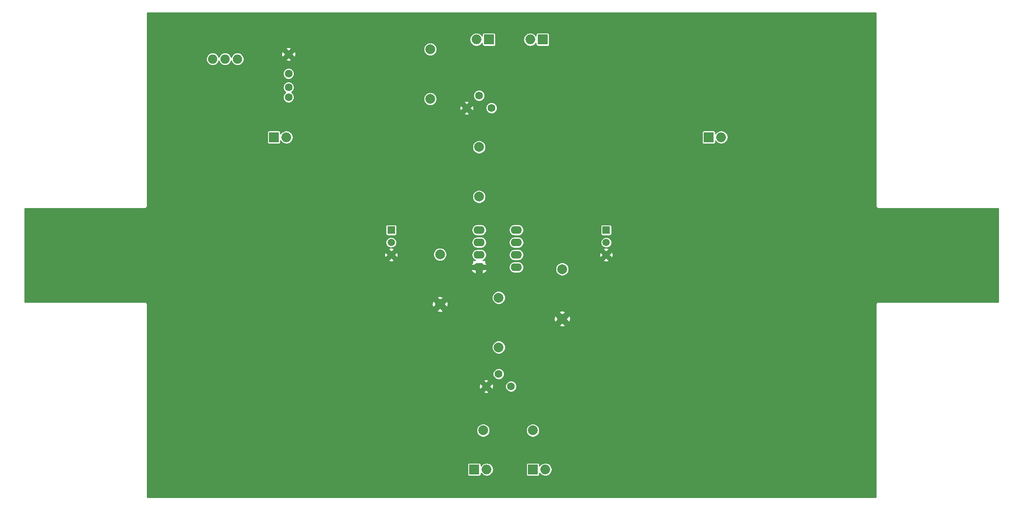
<source format=gbr>
G04 #@! TF.FileFunction,Copper,L2,Bot,Signal*
%FSLAX46Y46*%
G04 Gerber Fmt 4.6, Leading zero omitted, Abs format (unit mm)*
G04 Created by KiCad (PCBNEW 4.0.2+dfsg1-stable) date Fri 18 May 2018 16:31:02 BST*
%MOMM*%
G01*
G04 APERTURE LIST*
%ADD10C,0.100000*%
%ADD11C,5.000000*%
%ADD12O,1.998980X1.998980*%
%ADD13R,1.998980X1.998980*%
%ADD14C,1.600000*%
%ADD15C,1.998980*%
%ADD16O,2.300000X1.600000*%
%ADD17C,1.510000*%
%ADD18R,1.510000X1.510000*%
%ADD19C,1.900000*%
%ADD20C,0.254000*%
G04 APERTURE END LIST*
D10*
D11*
X179650000Y-102615000D03*
X201620000Y-116405000D03*
X179650000Y-130705000D03*
D12*
X186540000Y-71000000D03*
D13*
X184000000Y-71000000D03*
D12*
X97540000Y-71000000D03*
D13*
X95000000Y-71000000D03*
D12*
X138540000Y-139000000D03*
D13*
X136000000Y-139000000D03*
D12*
X147460000Y-51000000D03*
D13*
X150000000Y-51000000D03*
D12*
X136460000Y-51000000D03*
D13*
X139000000Y-51000000D03*
D12*
X150540000Y-139000000D03*
D13*
X148000000Y-139000000D03*
D14*
X134460000Y-65000000D03*
X137000000Y-62460000D03*
X139540000Y-65000000D03*
X138460000Y-122000000D03*
X141000000Y-119460000D03*
X143540000Y-122000000D03*
D15*
X137000000Y-73000000D03*
X137000000Y-83160000D03*
X141000000Y-114000000D03*
X141000000Y-103840000D03*
X129000000Y-95000000D03*
X129000000Y-105160000D03*
X154000000Y-98000000D03*
X154000000Y-108160000D03*
X127000000Y-53000000D03*
X127000000Y-63160000D03*
X148000000Y-131000000D03*
X137840000Y-131000000D03*
D14*
X98000000Y-62800000D03*
X98000000Y-60800000D03*
X98000000Y-58000000D03*
X98000000Y-54000000D03*
D16*
X137000000Y-90000000D03*
X137000000Y-92540000D03*
X137000000Y-95080000D03*
X137000000Y-97620000D03*
X144620000Y-97620000D03*
X144620000Y-95080000D03*
X144620000Y-92540000D03*
X144620000Y-90000000D03*
D17*
X119000000Y-95080000D03*
D18*
X119000000Y-90000000D03*
D17*
X119000000Y-92540000D03*
X163000000Y-95080000D03*
D18*
X163000000Y-90000000D03*
D17*
X163000000Y-92540000D03*
D19*
X87540000Y-55000000D03*
X85000000Y-55000000D03*
X82460000Y-55000000D03*
D11*
X81770000Y-102605000D03*
X103740000Y-116395000D03*
X81770000Y-130695000D03*
D20*
G36*
X218201600Y-85123900D02*
X218234103Y-85287306D01*
X218326665Y-85425835D01*
X218465194Y-85518397D01*
X218628600Y-85550900D01*
X243201600Y-85550900D01*
X243201600Y-104696900D01*
X218628600Y-104696900D01*
X218465194Y-104729403D01*
X218326665Y-104821965D01*
X218234103Y-104960494D01*
X218201600Y-105123900D01*
X218201600Y-144696900D01*
X69055600Y-144696900D01*
X69055600Y-138000510D01*
X134616125Y-138000510D01*
X134616125Y-139999490D01*
X134642413Y-140139198D01*
X134724980Y-140267510D01*
X134850963Y-140353591D01*
X135000510Y-140383875D01*
X136999490Y-140383875D01*
X137139198Y-140357587D01*
X137267510Y-140275020D01*
X137353591Y-140149037D01*
X137383875Y-139999490D01*
X137383875Y-139740105D01*
X137539708Y-139973325D01*
X137986273Y-140271711D01*
X138513033Y-140376490D01*
X138566967Y-140376490D01*
X139093727Y-140271711D01*
X139540292Y-139973325D01*
X139838678Y-139526760D01*
X139943457Y-139000000D01*
X139838678Y-138473240D01*
X139540292Y-138026675D01*
X139501134Y-138000510D01*
X146616125Y-138000510D01*
X146616125Y-139999490D01*
X146642413Y-140139198D01*
X146724980Y-140267510D01*
X146850963Y-140353591D01*
X147000510Y-140383875D01*
X148999490Y-140383875D01*
X149139198Y-140357587D01*
X149267510Y-140275020D01*
X149353591Y-140149037D01*
X149383875Y-139999490D01*
X149383875Y-139740105D01*
X149539708Y-139973325D01*
X149986273Y-140271711D01*
X150513033Y-140376490D01*
X150566967Y-140376490D01*
X151093727Y-140271711D01*
X151540292Y-139973325D01*
X151838678Y-139526760D01*
X151943457Y-139000000D01*
X151838678Y-138473240D01*
X151540292Y-138026675D01*
X151093727Y-137728289D01*
X150566967Y-137623510D01*
X150513033Y-137623510D01*
X149986273Y-137728289D01*
X149539708Y-138026675D01*
X149383875Y-138259895D01*
X149383875Y-138000510D01*
X149357587Y-137860802D01*
X149275020Y-137732490D01*
X149149037Y-137646409D01*
X148999490Y-137616125D01*
X147000510Y-137616125D01*
X146860802Y-137642413D01*
X146732490Y-137724980D01*
X146646409Y-137850963D01*
X146616125Y-138000510D01*
X139501134Y-138000510D01*
X139093727Y-137728289D01*
X138566967Y-137623510D01*
X138513033Y-137623510D01*
X137986273Y-137728289D01*
X137539708Y-138026675D01*
X137383875Y-138259895D01*
X137383875Y-138000510D01*
X137357587Y-137860802D01*
X137275020Y-137732490D01*
X137149037Y-137646409D01*
X136999490Y-137616125D01*
X135000510Y-137616125D01*
X134860802Y-137642413D01*
X134732490Y-137724980D01*
X134646409Y-137850963D01*
X134616125Y-138000510D01*
X69055600Y-138000510D01*
X69055600Y-131272600D01*
X136463272Y-131272600D01*
X136672388Y-131778700D01*
X137059263Y-132166251D01*
X137564998Y-132376251D01*
X138112600Y-132376728D01*
X138618700Y-132167612D01*
X139006251Y-131780737D01*
X139216251Y-131275002D01*
X139216253Y-131272600D01*
X146623272Y-131272600D01*
X146832388Y-131778700D01*
X147219263Y-132166251D01*
X147724998Y-132376251D01*
X148272600Y-132376728D01*
X148778700Y-132167612D01*
X149166251Y-131780737D01*
X149376251Y-131275002D01*
X149376728Y-130727400D01*
X149167612Y-130221300D01*
X148780737Y-129833749D01*
X148275002Y-129623749D01*
X147727400Y-129623272D01*
X147221300Y-129832388D01*
X146833749Y-130219263D01*
X146623749Y-130724998D01*
X146623272Y-131272600D01*
X139216253Y-131272600D01*
X139216728Y-130727400D01*
X139007612Y-130221300D01*
X138620737Y-129833749D01*
X138115002Y-129623749D01*
X137567400Y-129623272D01*
X137061300Y-129832388D01*
X136673749Y-130219263D01*
X136463749Y-130724998D01*
X136463272Y-131272600D01*
X69055600Y-131272600D01*
X69055600Y-123160727D01*
X137864958Y-123160727D01*
X137956374Y-123373703D01*
X138520403Y-123461865D01*
X138963626Y-123373703D01*
X139055042Y-123160727D01*
X138460000Y-122565685D01*
X137864958Y-123160727D01*
X69055600Y-123160727D01*
X69055600Y-122060403D01*
X136998135Y-122060403D01*
X137086297Y-122503626D01*
X137299273Y-122595042D01*
X137894315Y-122000000D01*
X139025685Y-122000000D01*
X139620727Y-122595042D01*
X139833703Y-122503626D01*
X139875989Y-122233093D01*
X142362796Y-122233093D01*
X142541606Y-122665846D01*
X142872412Y-122997230D01*
X143304853Y-123176795D01*
X143773093Y-123177204D01*
X144205846Y-122998394D01*
X144537230Y-122667588D01*
X144716795Y-122235147D01*
X144717204Y-121766907D01*
X144538394Y-121334154D01*
X144207588Y-121002770D01*
X143775147Y-120823205D01*
X143306907Y-120822796D01*
X142874154Y-121001606D01*
X142542770Y-121332412D01*
X142363205Y-121764853D01*
X142362796Y-122233093D01*
X139875989Y-122233093D01*
X139921865Y-121939597D01*
X139833703Y-121496374D01*
X139620727Y-121404958D01*
X139025685Y-122000000D01*
X137894315Y-122000000D01*
X137299273Y-121404958D01*
X137086297Y-121496374D01*
X136998135Y-122060403D01*
X69055600Y-122060403D01*
X69055600Y-120839273D01*
X137864958Y-120839273D01*
X138460000Y-121434315D01*
X139055042Y-120839273D01*
X138963626Y-120626297D01*
X138399597Y-120538135D01*
X137956374Y-120626297D01*
X137864958Y-120839273D01*
X69055600Y-120839273D01*
X69055600Y-119693093D01*
X139822796Y-119693093D01*
X140001606Y-120125846D01*
X140332412Y-120457230D01*
X140764853Y-120636795D01*
X141233093Y-120637204D01*
X141665846Y-120458394D01*
X141997230Y-120127588D01*
X142176795Y-119695147D01*
X142177204Y-119226907D01*
X141998394Y-118794154D01*
X141667588Y-118462770D01*
X141235147Y-118283205D01*
X140766907Y-118282796D01*
X140334154Y-118461606D01*
X140002770Y-118792412D01*
X139823205Y-119224853D01*
X139822796Y-119693093D01*
X69055600Y-119693093D01*
X69055600Y-114272600D01*
X139623272Y-114272600D01*
X139832388Y-114778700D01*
X140219263Y-115166251D01*
X140724998Y-115376251D01*
X141272600Y-115376728D01*
X141778700Y-115167612D01*
X142166251Y-114780737D01*
X142376251Y-114275002D01*
X142376728Y-113727400D01*
X142167612Y-113221300D01*
X141780737Y-112833749D01*
X141275002Y-112623749D01*
X140727400Y-112623272D01*
X140221300Y-112832388D01*
X139833749Y-113219263D01*
X139623749Y-113724998D01*
X139623272Y-114272600D01*
X69055600Y-114272600D01*
X69055600Y-109519256D01*
X153347490Y-109519256D01*
X153469831Y-109739931D01*
X154114801Y-109822553D01*
X154530169Y-109739931D01*
X154652510Y-109519256D01*
X154000000Y-108866746D01*
X153347490Y-109519256D01*
X69055600Y-109519256D01*
X69055600Y-108274801D01*
X152337447Y-108274801D01*
X152420069Y-108690169D01*
X152640744Y-108812510D01*
X153293254Y-108160000D01*
X154706746Y-108160000D01*
X155359256Y-108812510D01*
X155579931Y-108690169D01*
X155662553Y-108045199D01*
X155579931Y-107629831D01*
X155359256Y-107507490D01*
X154706746Y-108160000D01*
X153293254Y-108160000D01*
X152640744Y-107507490D01*
X152420069Y-107629831D01*
X152337447Y-108274801D01*
X69055600Y-108274801D01*
X69055600Y-106519256D01*
X128347490Y-106519256D01*
X128469831Y-106739931D01*
X129114801Y-106822553D01*
X129224442Y-106800744D01*
X153347490Y-106800744D01*
X154000000Y-107453254D01*
X154652510Y-106800744D01*
X154530169Y-106580069D01*
X153885199Y-106497447D01*
X153469831Y-106580069D01*
X153347490Y-106800744D01*
X129224442Y-106800744D01*
X129530169Y-106739931D01*
X129652510Y-106519256D01*
X129000000Y-105866746D01*
X128347490Y-106519256D01*
X69055600Y-106519256D01*
X69055600Y-105274801D01*
X127337447Y-105274801D01*
X127420069Y-105690169D01*
X127640744Y-105812510D01*
X128293254Y-105160000D01*
X129706746Y-105160000D01*
X130359256Y-105812510D01*
X130579931Y-105690169D01*
X130662553Y-105045199D01*
X130579931Y-104629831D01*
X130359256Y-104507490D01*
X129706746Y-105160000D01*
X128293254Y-105160000D01*
X127640744Y-104507490D01*
X127420069Y-104629831D01*
X127337447Y-105274801D01*
X69055600Y-105274801D01*
X69055600Y-105123900D01*
X69023097Y-104960494D01*
X68930535Y-104821965D01*
X68792006Y-104729403D01*
X68628600Y-104696900D01*
X44055600Y-104696900D01*
X44055600Y-103800744D01*
X128347490Y-103800744D01*
X129000000Y-104453254D01*
X129340654Y-104112600D01*
X139623272Y-104112600D01*
X139832388Y-104618700D01*
X140219263Y-105006251D01*
X140724998Y-105216251D01*
X141272600Y-105216728D01*
X141778700Y-105007612D01*
X142166251Y-104620737D01*
X142376251Y-104115002D01*
X142376728Y-103567400D01*
X142167612Y-103061300D01*
X141780737Y-102673749D01*
X141275002Y-102463749D01*
X140727400Y-102463272D01*
X140221300Y-102672388D01*
X139833749Y-103059263D01*
X139623749Y-103564998D01*
X139623272Y-104112600D01*
X129340654Y-104112600D01*
X129652510Y-103800744D01*
X129530169Y-103580069D01*
X128885199Y-103497447D01*
X128469831Y-103580069D01*
X128347490Y-103800744D01*
X44055600Y-103800744D01*
X44055600Y-98230661D01*
X135351417Y-98230661D01*
X135393854Y-98254527D01*
X135732296Y-98686933D01*
X136210450Y-98956908D01*
X136425000Y-98850459D01*
X136425000Y-98020000D01*
X137575000Y-98020000D01*
X137575000Y-98850459D01*
X137789550Y-98956908D01*
X138267704Y-98686933D01*
X138606146Y-98254527D01*
X138648583Y-98230661D01*
X138561946Y-98020000D01*
X137575000Y-98020000D01*
X136425000Y-98020000D01*
X135438054Y-98020000D01*
X135351417Y-98230661D01*
X44055600Y-98230661D01*
X44055600Y-97620000D01*
X143063084Y-97620000D01*
X143152678Y-98070418D01*
X143407819Y-98452265D01*
X143789666Y-98707406D01*
X144240084Y-98797000D01*
X144999916Y-98797000D01*
X145450334Y-98707406D01*
X145832181Y-98452265D01*
X145952228Y-98272600D01*
X152623272Y-98272600D01*
X152832388Y-98778700D01*
X153219263Y-99166251D01*
X153724998Y-99376251D01*
X154272600Y-99376728D01*
X154778700Y-99167612D01*
X155166251Y-98780737D01*
X155376251Y-98275002D01*
X155376728Y-97727400D01*
X155167612Y-97221300D01*
X154780737Y-96833749D01*
X154275002Y-96623749D01*
X153727400Y-96623272D01*
X153221300Y-96832388D01*
X152833749Y-97219263D01*
X152623749Y-97724998D01*
X152623272Y-98272600D01*
X145952228Y-98272600D01*
X146087322Y-98070418D01*
X146176916Y-97620000D01*
X146087322Y-97169582D01*
X145832181Y-96787735D01*
X145450334Y-96532594D01*
X144999916Y-96443000D01*
X144240084Y-96443000D01*
X143789666Y-96532594D01*
X143407819Y-96787735D01*
X143152678Y-97169582D01*
X143063084Y-97620000D01*
X44055600Y-97620000D01*
X44055600Y-97009339D01*
X135351417Y-97009339D01*
X135438054Y-97220000D01*
X136425000Y-97220000D01*
X136425000Y-96820000D01*
X137575000Y-96820000D01*
X137575000Y-97220000D01*
X138561946Y-97220000D01*
X138648583Y-97009339D01*
X138606146Y-96985473D01*
X138373002Y-96687600D01*
X138373002Y-96185000D01*
X137741883Y-96185000D01*
X137830334Y-96167406D01*
X138212181Y-95912265D01*
X138467322Y-95530418D01*
X138556916Y-95080000D01*
X143063084Y-95080000D01*
X143152678Y-95530418D01*
X143407819Y-95912265D01*
X143789666Y-96167406D01*
X144240084Y-96257000D01*
X144999916Y-96257000D01*
X145307412Y-96195835D01*
X162418031Y-96195835D01*
X162502471Y-96407032D01*
X163048176Y-96496413D01*
X163497529Y-96407032D01*
X163581969Y-96195835D01*
X163000000Y-95613866D01*
X162418031Y-96195835D01*
X145307412Y-96195835D01*
X145450334Y-96167406D01*
X145832181Y-95912265D01*
X146087322Y-95530418D01*
X146167333Y-95128176D01*
X161583587Y-95128176D01*
X161672968Y-95577529D01*
X161884165Y-95661969D01*
X162466134Y-95080000D01*
X163533866Y-95080000D01*
X164115835Y-95661969D01*
X164327032Y-95577529D01*
X164416413Y-95031824D01*
X164327032Y-94582471D01*
X164115835Y-94498031D01*
X163533866Y-95080000D01*
X162466134Y-95080000D01*
X161884165Y-94498031D01*
X161672968Y-94582471D01*
X161583587Y-95128176D01*
X146167333Y-95128176D01*
X146176916Y-95080000D01*
X146087322Y-94629582D01*
X145832181Y-94247735D01*
X145450334Y-93992594D01*
X144999916Y-93903000D01*
X144240084Y-93903000D01*
X143789666Y-93992594D01*
X143407819Y-94247735D01*
X143152678Y-94629582D01*
X143063084Y-95080000D01*
X138556916Y-95080000D01*
X138467322Y-94629582D01*
X138212181Y-94247735D01*
X137830334Y-93992594D01*
X137379916Y-93903000D01*
X136620084Y-93903000D01*
X136169666Y-93992594D01*
X135787819Y-94247735D01*
X135532678Y-94629582D01*
X135443084Y-95080000D01*
X135532678Y-95530418D01*
X135787819Y-95912265D01*
X136169666Y-96167406D01*
X136258117Y-96185000D01*
X135626998Y-96185000D01*
X135626998Y-96687600D01*
X135393854Y-96985473D01*
X135351417Y-97009339D01*
X44055600Y-97009339D01*
X44055600Y-96195835D01*
X118418031Y-96195835D01*
X118502471Y-96407032D01*
X119048176Y-96496413D01*
X119497529Y-96407032D01*
X119581969Y-96195835D01*
X119000000Y-95613866D01*
X118418031Y-96195835D01*
X44055600Y-96195835D01*
X44055600Y-95128176D01*
X117583587Y-95128176D01*
X117672968Y-95577529D01*
X117884165Y-95661969D01*
X118466134Y-95080000D01*
X119533866Y-95080000D01*
X120115835Y-95661969D01*
X120327032Y-95577529D01*
X120376976Y-95272600D01*
X127623272Y-95272600D01*
X127832388Y-95778700D01*
X128219263Y-96166251D01*
X128724998Y-96376251D01*
X129272600Y-96376728D01*
X129778700Y-96167612D01*
X130166251Y-95780737D01*
X130376251Y-95275002D01*
X130376728Y-94727400D01*
X130167612Y-94221300D01*
X129780737Y-93833749D01*
X129275002Y-93623749D01*
X128727400Y-93623272D01*
X128221300Y-93832388D01*
X127833749Y-94219263D01*
X127623749Y-94724998D01*
X127623272Y-95272600D01*
X120376976Y-95272600D01*
X120416413Y-95031824D01*
X120327032Y-94582471D01*
X120115835Y-94498031D01*
X119533866Y-95080000D01*
X118466134Y-95080000D01*
X117884165Y-94498031D01*
X117672968Y-94582471D01*
X117583587Y-95128176D01*
X44055600Y-95128176D01*
X44055600Y-92764181D01*
X117867804Y-92764181D01*
X118039778Y-93180389D01*
X118357936Y-93499103D01*
X118773843Y-93671803D01*
X118909922Y-93671922D01*
X118502471Y-93752968D01*
X118418031Y-93964165D01*
X119000000Y-94546134D01*
X119581969Y-93964165D01*
X119497529Y-93752968D01*
X119003208Y-93672003D01*
X119224181Y-93672196D01*
X119640389Y-93500222D01*
X119959103Y-93182064D01*
X120131803Y-92766157D01*
X120132000Y-92540000D01*
X135443084Y-92540000D01*
X135532678Y-92990418D01*
X135787819Y-93372265D01*
X136169666Y-93627406D01*
X136620084Y-93717000D01*
X137379916Y-93717000D01*
X137830334Y-93627406D01*
X138212181Y-93372265D01*
X138467322Y-92990418D01*
X138556916Y-92540000D01*
X143063084Y-92540000D01*
X143152678Y-92990418D01*
X143407819Y-93372265D01*
X143789666Y-93627406D01*
X144240084Y-93717000D01*
X144999916Y-93717000D01*
X145450334Y-93627406D01*
X145832181Y-93372265D01*
X146087322Y-92990418D01*
X146132323Y-92764181D01*
X161867804Y-92764181D01*
X162039778Y-93180389D01*
X162357936Y-93499103D01*
X162773843Y-93671803D01*
X162909922Y-93671922D01*
X162502471Y-93752968D01*
X162418031Y-93964165D01*
X163000000Y-94546134D01*
X163581969Y-93964165D01*
X163497529Y-93752968D01*
X163003208Y-93672003D01*
X163224181Y-93672196D01*
X163640389Y-93500222D01*
X163959103Y-93182064D01*
X164131803Y-92766157D01*
X164132196Y-92315819D01*
X163960222Y-91899611D01*
X163642064Y-91580897D01*
X163226157Y-91408197D01*
X162775819Y-91407804D01*
X162359611Y-91579778D01*
X162040897Y-91897936D01*
X161868197Y-92313843D01*
X161867804Y-92764181D01*
X146132323Y-92764181D01*
X146176916Y-92540000D01*
X146087322Y-92089582D01*
X145832181Y-91707735D01*
X145450334Y-91452594D01*
X144999916Y-91363000D01*
X144240084Y-91363000D01*
X143789666Y-91452594D01*
X143407819Y-91707735D01*
X143152678Y-92089582D01*
X143063084Y-92540000D01*
X138556916Y-92540000D01*
X138467322Y-92089582D01*
X138212181Y-91707735D01*
X137830334Y-91452594D01*
X137379916Y-91363000D01*
X136620084Y-91363000D01*
X136169666Y-91452594D01*
X135787819Y-91707735D01*
X135532678Y-92089582D01*
X135443084Y-92540000D01*
X120132000Y-92540000D01*
X120132196Y-92315819D01*
X119960222Y-91899611D01*
X119642064Y-91580897D01*
X119226157Y-91408197D01*
X118775819Y-91407804D01*
X118359611Y-91579778D01*
X118040897Y-91897936D01*
X117868197Y-92313843D01*
X117867804Y-92764181D01*
X44055600Y-92764181D01*
X44055600Y-89245000D01*
X117860615Y-89245000D01*
X117860615Y-90755000D01*
X117886903Y-90894708D01*
X117969470Y-91023020D01*
X118095453Y-91109101D01*
X118245000Y-91139385D01*
X119755000Y-91139385D01*
X119894708Y-91113097D01*
X120023020Y-91030530D01*
X120109101Y-90904547D01*
X120139385Y-90755000D01*
X120139385Y-90000000D01*
X135443084Y-90000000D01*
X135532678Y-90450418D01*
X135787819Y-90832265D01*
X136169666Y-91087406D01*
X136620084Y-91177000D01*
X137379916Y-91177000D01*
X137830334Y-91087406D01*
X138212181Y-90832265D01*
X138467322Y-90450418D01*
X138556916Y-90000000D01*
X143063084Y-90000000D01*
X143152678Y-90450418D01*
X143407819Y-90832265D01*
X143789666Y-91087406D01*
X144240084Y-91177000D01*
X144999916Y-91177000D01*
X145450334Y-91087406D01*
X145832181Y-90832265D01*
X146087322Y-90450418D01*
X146176916Y-90000000D01*
X146087322Y-89549582D01*
X145883808Y-89245000D01*
X161860615Y-89245000D01*
X161860615Y-90755000D01*
X161886903Y-90894708D01*
X161969470Y-91023020D01*
X162095453Y-91109101D01*
X162245000Y-91139385D01*
X163755000Y-91139385D01*
X163894708Y-91113097D01*
X164023020Y-91030530D01*
X164109101Y-90904547D01*
X164139385Y-90755000D01*
X164139385Y-89245000D01*
X164113097Y-89105292D01*
X164030530Y-88976980D01*
X163904547Y-88890899D01*
X163755000Y-88860615D01*
X162245000Y-88860615D01*
X162105292Y-88886903D01*
X161976980Y-88969470D01*
X161890899Y-89095453D01*
X161860615Y-89245000D01*
X145883808Y-89245000D01*
X145832181Y-89167735D01*
X145450334Y-88912594D01*
X144999916Y-88823000D01*
X144240084Y-88823000D01*
X143789666Y-88912594D01*
X143407819Y-89167735D01*
X143152678Y-89549582D01*
X143063084Y-90000000D01*
X138556916Y-90000000D01*
X138467322Y-89549582D01*
X138212181Y-89167735D01*
X137830334Y-88912594D01*
X137379916Y-88823000D01*
X136620084Y-88823000D01*
X136169666Y-88912594D01*
X135787819Y-89167735D01*
X135532678Y-89549582D01*
X135443084Y-90000000D01*
X120139385Y-90000000D01*
X120139385Y-89245000D01*
X120113097Y-89105292D01*
X120030530Y-88976980D01*
X119904547Y-88890899D01*
X119755000Y-88860615D01*
X118245000Y-88860615D01*
X118105292Y-88886903D01*
X117976980Y-88969470D01*
X117890899Y-89095453D01*
X117860615Y-89245000D01*
X44055600Y-89245000D01*
X44055600Y-85550900D01*
X68628600Y-85550900D01*
X68792006Y-85518397D01*
X68930535Y-85425835D01*
X69023097Y-85287306D01*
X69055600Y-85123900D01*
X69055600Y-83432600D01*
X135623272Y-83432600D01*
X135832388Y-83938700D01*
X136219263Y-84326251D01*
X136724998Y-84536251D01*
X137272600Y-84536728D01*
X137778700Y-84327612D01*
X138166251Y-83940737D01*
X138376251Y-83435002D01*
X138376728Y-82887400D01*
X138167612Y-82381300D01*
X137780737Y-81993749D01*
X137275002Y-81783749D01*
X136727400Y-81783272D01*
X136221300Y-81992388D01*
X135833749Y-82379263D01*
X135623749Y-82884998D01*
X135623272Y-83432600D01*
X69055600Y-83432600D01*
X69055600Y-73272600D01*
X135623272Y-73272600D01*
X135832388Y-73778700D01*
X136219263Y-74166251D01*
X136724998Y-74376251D01*
X137272600Y-74376728D01*
X137778700Y-74167612D01*
X138166251Y-73780737D01*
X138376251Y-73275002D01*
X138376728Y-72727400D01*
X138167612Y-72221300D01*
X137780737Y-71833749D01*
X137275002Y-71623749D01*
X136727400Y-71623272D01*
X136221300Y-71832388D01*
X135833749Y-72219263D01*
X135623749Y-72724998D01*
X135623272Y-73272600D01*
X69055600Y-73272600D01*
X69055600Y-70000510D01*
X93616125Y-70000510D01*
X93616125Y-71999490D01*
X93642413Y-72139198D01*
X93724980Y-72267510D01*
X93850963Y-72353591D01*
X94000510Y-72383875D01*
X95999490Y-72383875D01*
X96139198Y-72357587D01*
X96267510Y-72275020D01*
X96353591Y-72149037D01*
X96383875Y-71999490D01*
X96383875Y-71740105D01*
X96539708Y-71973325D01*
X96986273Y-72271711D01*
X97513033Y-72376490D01*
X97566967Y-72376490D01*
X98093727Y-72271711D01*
X98540292Y-71973325D01*
X98838678Y-71526760D01*
X98943457Y-71000000D01*
X98838678Y-70473240D01*
X98540292Y-70026675D01*
X98501134Y-70000510D01*
X182616125Y-70000510D01*
X182616125Y-71999490D01*
X182642413Y-72139198D01*
X182724980Y-72267510D01*
X182850963Y-72353591D01*
X183000510Y-72383875D01*
X184999490Y-72383875D01*
X185139198Y-72357587D01*
X185267510Y-72275020D01*
X185353591Y-72149037D01*
X185383875Y-71999490D01*
X185383875Y-71740105D01*
X185539708Y-71973325D01*
X185986273Y-72271711D01*
X186513033Y-72376490D01*
X186566967Y-72376490D01*
X187093727Y-72271711D01*
X187540292Y-71973325D01*
X187838678Y-71526760D01*
X187943457Y-71000000D01*
X187838678Y-70473240D01*
X187540292Y-70026675D01*
X187093727Y-69728289D01*
X186566967Y-69623510D01*
X186513033Y-69623510D01*
X185986273Y-69728289D01*
X185539708Y-70026675D01*
X185383875Y-70259895D01*
X185383875Y-70000510D01*
X185357587Y-69860802D01*
X185275020Y-69732490D01*
X185149037Y-69646409D01*
X184999490Y-69616125D01*
X183000510Y-69616125D01*
X182860802Y-69642413D01*
X182732490Y-69724980D01*
X182646409Y-69850963D01*
X182616125Y-70000510D01*
X98501134Y-70000510D01*
X98093727Y-69728289D01*
X97566967Y-69623510D01*
X97513033Y-69623510D01*
X96986273Y-69728289D01*
X96539708Y-70026675D01*
X96383875Y-70259895D01*
X96383875Y-70000510D01*
X96357587Y-69860802D01*
X96275020Y-69732490D01*
X96149037Y-69646409D01*
X95999490Y-69616125D01*
X94000510Y-69616125D01*
X93860802Y-69642413D01*
X93732490Y-69724980D01*
X93646409Y-69850963D01*
X93616125Y-70000510D01*
X69055600Y-70000510D01*
X69055600Y-66160727D01*
X133864958Y-66160727D01*
X133956374Y-66373703D01*
X134520403Y-66461865D01*
X134963626Y-66373703D01*
X135055042Y-66160727D01*
X134460000Y-65565685D01*
X133864958Y-66160727D01*
X69055600Y-66160727D01*
X69055600Y-65060403D01*
X132998135Y-65060403D01*
X133086297Y-65503626D01*
X133299273Y-65595042D01*
X133894315Y-65000000D01*
X135025685Y-65000000D01*
X135620727Y-65595042D01*
X135833703Y-65503626D01*
X135875989Y-65233093D01*
X138362796Y-65233093D01*
X138541606Y-65665846D01*
X138872412Y-65997230D01*
X139304853Y-66176795D01*
X139773093Y-66177204D01*
X140205846Y-65998394D01*
X140537230Y-65667588D01*
X140716795Y-65235147D01*
X140717204Y-64766907D01*
X140538394Y-64334154D01*
X140207588Y-64002770D01*
X139775147Y-63823205D01*
X139306907Y-63822796D01*
X138874154Y-64001606D01*
X138542770Y-64332412D01*
X138363205Y-64764853D01*
X138362796Y-65233093D01*
X135875989Y-65233093D01*
X135921865Y-64939597D01*
X135833703Y-64496374D01*
X135620727Y-64404958D01*
X135025685Y-65000000D01*
X133894315Y-65000000D01*
X133299273Y-64404958D01*
X133086297Y-64496374D01*
X132998135Y-65060403D01*
X69055600Y-65060403D01*
X69055600Y-61033093D01*
X96822796Y-61033093D01*
X97001606Y-61465846D01*
X97332412Y-61797230D01*
X97338563Y-61799784D01*
X97334154Y-61801606D01*
X97002770Y-62132412D01*
X96823205Y-62564853D01*
X96822796Y-63033093D01*
X97001606Y-63465846D01*
X97332412Y-63797230D01*
X97764853Y-63976795D01*
X98233093Y-63977204D01*
X98665846Y-63798394D01*
X98997230Y-63467588D01*
X99011758Y-63432600D01*
X125623272Y-63432600D01*
X125832388Y-63938700D01*
X126219263Y-64326251D01*
X126724998Y-64536251D01*
X127272600Y-64536728D01*
X127778700Y-64327612D01*
X128166251Y-63940737D01*
X128208382Y-63839273D01*
X133864958Y-63839273D01*
X134460000Y-64434315D01*
X135055042Y-63839273D01*
X134963626Y-63626297D01*
X134399597Y-63538135D01*
X133956374Y-63626297D01*
X133864958Y-63839273D01*
X128208382Y-63839273D01*
X128376251Y-63435002D01*
X128376728Y-62887400D01*
X128296443Y-62693093D01*
X135822796Y-62693093D01*
X136001606Y-63125846D01*
X136332412Y-63457230D01*
X136764853Y-63636795D01*
X137233093Y-63637204D01*
X137665846Y-63458394D01*
X137997230Y-63127588D01*
X138176795Y-62695147D01*
X138177204Y-62226907D01*
X137998394Y-61794154D01*
X137667588Y-61462770D01*
X137235147Y-61283205D01*
X136766907Y-61282796D01*
X136334154Y-61461606D01*
X136002770Y-61792412D01*
X135823205Y-62224853D01*
X135822796Y-62693093D01*
X128296443Y-62693093D01*
X128167612Y-62381300D01*
X127780737Y-61993749D01*
X127275002Y-61783749D01*
X126727400Y-61783272D01*
X126221300Y-61992388D01*
X125833749Y-62379263D01*
X125623749Y-62884998D01*
X125623272Y-63432600D01*
X99011758Y-63432600D01*
X99176795Y-63035147D01*
X99177204Y-62566907D01*
X98998394Y-62134154D01*
X98667588Y-61802770D01*
X98661437Y-61800216D01*
X98665846Y-61798394D01*
X98997230Y-61467588D01*
X99176795Y-61035147D01*
X99177204Y-60566907D01*
X98998394Y-60134154D01*
X98667588Y-59802770D01*
X98235147Y-59623205D01*
X97766907Y-59622796D01*
X97334154Y-59801606D01*
X97002770Y-60132412D01*
X96823205Y-60564853D01*
X96822796Y-61033093D01*
X69055600Y-61033093D01*
X69055600Y-58233093D01*
X96822796Y-58233093D01*
X97001606Y-58665846D01*
X97332412Y-58997230D01*
X97764853Y-59176795D01*
X98233093Y-59177204D01*
X98665846Y-58998394D01*
X98997230Y-58667588D01*
X99176795Y-58235147D01*
X99177204Y-57766907D01*
X98998394Y-57334154D01*
X98667588Y-57002770D01*
X98235147Y-56823205D01*
X97766907Y-56822796D01*
X97334154Y-57001606D01*
X97002770Y-57332412D01*
X96823205Y-57764853D01*
X96822796Y-58233093D01*
X69055600Y-58233093D01*
X69055600Y-55262798D01*
X81132771Y-55262798D01*
X81334369Y-55750703D01*
X81707334Y-56124319D01*
X82194885Y-56326769D01*
X82722798Y-56327229D01*
X83210703Y-56125631D01*
X83584319Y-55752666D01*
X83730109Y-55401567D01*
X83874369Y-55750703D01*
X84247334Y-56124319D01*
X84734885Y-56326769D01*
X85262798Y-56327229D01*
X85750703Y-56125631D01*
X86124319Y-55752666D01*
X86270109Y-55401567D01*
X86414369Y-55750703D01*
X86787334Y-56124319D01*
X87274885Y-56326769D01*
X87802798Y-56327229D01*
X88290703Y-56125631D01*
X88664319Y-55752666D01*
X88866769Y-55265115D01*
X88866859Y-55160727D01*
X97404958Y-55160727D01*
X97496374Y-55373703D01*
X98060403Y-55461865D01*
X98503626Y-55373703D01*
X98595042Y-55160727D01*
X98000000Y-54565685D01*
X97404958Y-55160727D01*
X88866859Y-55160727D01*
X88867229Y-54737202D01*
X88665631Y-54249297D01*
X88477067Y-54060403D01*
X96538135Y-54060403D01*
X96626297Y-54503626D01*
X96839273Y-54595042D01*
X97434315Y-54000000D01*
X98565685Y-54000000D01*
X99160727Y-54595042D01*
X99373703Y-54503626D01*
X99461865Y-53939597D01*
X99373703Y-53496374D01*
X99160727Y-53404958D01*
X98565685Y-54000000D01*
X97434315Y-54000000D01*
X96839273Y-53404958D01*
X96626297Y-53496374D01*
X96538135Y-54060403D01*
X88477067Y-54060403D01*
X88292666Y-53875681D01*
X87805115Y-53673231D01*
X87277202Y-53672771D01*
X86789297Y-53874369D01*
X86415681Y-54247334D01*
X86269891Y-54598433D01*
X86125631Y-54249297D01*
X85752666Y-53875681D01*
X85265115Y-53673231D01*
X84737202Y-53672771D01*
X84249297Y-53874369D01*
X83875681Y-54247334D01*
X83729891Y-54598433D01*
X83585631Y-54249297D01*
X83212666Y-53875681D01*
X82725115Y-53673231D01*
X82197202Y-53672771D01*
X81709297Y-53874369D01*
X81335681Y-54247334D01*
X81133231Y-54734885D01*
X81132771Y-55262798D01*
X69055600Y-55262798D01*
X69055600Y-52839273D01*
X97404958Y-52839273D01*
X98000000Y-53434315D01*
X98161715Y-53272600D01*
X125623272Y-53272600D01*
X125832388Y-53778700D01*
X126219263Y-54166251D01*
X126724998Y-54376251D01*
X127272600Y-54376728D01*
X127778700Y-54167612D01*
X128166251Y-53780737D01*
X128376251Y-53275002D01*
X128376728Y-52727400D01*
X128167612Y-52221300D01*
X127780737Y-51833749D01*
X127275002Y-51623749D01*
X126727400Y-51623272D01*
X126221300Y-51832388D01*
X125833749Y-52219263D01*
X125623749Y-52724998D01*
X125623272Y-53272600D01*
X98161715Y-53272600D01*
X98595042Y-52839273D01*
X98503626Y-52626297D01*
X97939597Y-52538135D01*
X97496374Y-52626297D01*
X97404958Y-52839273D01*
X69055600Y-52839273D01*
X69055600Y-51000000D01*
X135056543Y-51000000D01*
X135161322Y-51526760D01*
X135459708Y-51973325D01*
X135906273Y-52271711D01*
X136433033Y-52376490D01*
X136486967Y-52376490D01*
X137013727Y-52271711D01*
X137460292Y-51973325D01*
X137616125Y-51740105D01*
X137616125Y-51999490D01*
X137642413Y-52139198D01*
X137724980Y-52267510D01*
X137850963Y-52353591D01*
X138000510Y-52383875D01*
X139999490Y-52383875D01*
X140139198Y-52357587D01*
X140267510Y-52275020D01*
X140353591Y-52149037D01*
X140383875Y-51999490D01*
X140383875Y-51000000D01*
X146056543Y-51000000D01*
X146161322Y-51526760D01*
X146459708Y-51973325D01*
X146906273Y-52271711D01*
X147433033Y-52376490D01*
X147486967Y-52376490D01*
X148013727Y-52271711D01*
X148460292Y-51973325D01*
X148616125Y-51740105D01*
X148616125Y-51999490D01*
X148642413Y-52139198D01*
X148724980Y-52267510D01*
X148850963Y-52353591D01*
X149000510Y-52383875D01*
X150999490Y-52383875D01*
X151139198Y-52357587D01*
X151267510Y-52275020D01*
X151353591Y-52149037D01*
X151383875Y-51999490D01*
X151383875Y-50000510D01*
X151357587Y-49860802D01*
X151275020Y-49732490D01*
X151149037Y-49646409D01*
X150999490Y-49616125D01*
X149000510Y-49616125D01*
X148860802Y-49642413D01*
X148732490Y-49724980D01*
X148646409Y-49850963D01*
X148616125Y-50000510D01*
X148616125Y-50259895D01*
X148460292Y-50026675D01*
X148013727Y-49728289D01*
X147486967Y-49623510D01*
X147433033Y-49623510D01*
X146906273Y-49728289D01*
X146459708Y-50026675D01*
X146161322Y-50473240D01*
X146056543Y-51000000D01*
X140383875Y-51000000D01*
X140383875Y-50000510D01*
X140357587Y-49860802D01*
X140275020Y-49732490D01*
X140149037Y-49646409D01*
X139999490Y-49616125D01*
X138000510Y-49616125D01*
X137860802Y-49642413D01*
X137732490Y-49724980D01*
X137646409Y-49850963D01*
X137616125Y-50000510D01*
X137616125Y-50259895D01*
X137460292Y-50026675D01*
X137013727Y-49728289D01*
X136486967Y-49623510D01*
X136433033Y-49623510D01*
X135906273Y-49728289D01*
X135459708Y-50026675D01*
X135161322Y-50473240D01*
X135056543Y-51000000D01*
X69055600Y-51000000D01*
X69055600Y-45550900D01*
X218201600Y-45550900D01*
X218201600Y-85123900D01*
X218201600Y-85123900D01*
G37*
X218201600Y-85123900D02*
X218234103Y-85287306D01*
X218326665Y-85425835D01*
X218465194Y-85518397D01*
X218628600Y-85550900D01*
X243201600Y-85550900D01*
X243201600Y-104696900D01*
X218628600Y-104696900D01*
X218465194Y-104729403D01*
X218326665Y-104821965D01*
X218234103Y-104960494D01*
X218201600Y-105123900D01*
X218201600Y-144696900D01*
X69055600Y-144696900D01*
X69055600Y-138000510D01*
X134616125Y-138000510D01*
X134616125Y-139999490D01*
X134642413Y-140139198D01*
X134724980Y-140267510D01*
X134850963Y-140353591D01*
X135000510Y-140383875D01*
X136999490Y-140383875D01*
X137139198Y-140357587D01*
X137267510Y-140275020D01*
X137353591Y-140149037D01*
X137383875Y-139999490D01*
X137383875Y-139740105D01*
X137539708Y-139973325D01*
X137986273Y-140271711D01*
X138513033Y-140376490D01*
X138566967Y-140376490D01*
X139093727Y-140271711D01*
X139540292Y-139973325D01*
X139838678Y-139526760D01*
X139943457Y-139000000D01*
X139838678Y-138473240D01*
X139540292Y-138026675D01*
X139501134Y-138000510D01*
X146616125Y-138000510D01*
X146616125Y-139999490D01*
X146642413Y-140139198D01*
X146724980Y-140267510D01*
X146850963Y-140353591D01*
X147000510Y-140383875D01*
X148999490Y-140383875D01*
X149139198Y-140357587D01*
X149267510Y-140275020D01*
X149353591Y-140149037D01*
X149383875Y-139999490D01*
X149383875Y-139740105D01*
X149539708Y-139973325D01*
X149986273Y-140271711D01*
X150513033Y-140376490D01*
X150566967Y-140376490D01*
X151093727Y-140271711D01*
X151540292Y-139973325D01*
X151838678Y-139526760D01*
X151943457Y-139000000D01*
X151838678Y-138473240D01*
X151540292Y-138026675D01*
X151093727Y-137728289D01*
X150566967Y-137623510D01*
X150513033Y-137623510D01*
X149986273Y-137728289D01*
X149539708Y-138026675D01*
X149383875Y-138259895D01*
X149383875Y-138000510D01*
X149357587Y-137860802D01*
X149275020Y-137732490D01*
X149149037Y-137646409D01*
X148999490Y-137616125D01*
X147000510Y-137616125D01*
X146860802Y-137642413D01*
X146732490Y-137724980D01*
X146646409Y-137850963D01*
X146616125Y-138000510D01*
X139501134Y-138000510D01*
X139093727Y-137728289D01*
X138566967Y-137623510D01*
X138513033Y-137623510D01*
X137986273Y-137728289D01*
X137539708Y-138026675D01*
X137383875Y-138259895D01*
X137383875Y-138000510D01*
X137357587Y-137860802D01*
X137275020Y-137732490D01*
X137149037Y-137646409D01*
X136999490Y-137616125D01*
X135000510Y-137616125D01*
X134860802Y-137642413D01*
X134732490Y-137724980D01*
X134646409Y-137850963D01*
X134616125Y-138000510D01*
X69055600Y-138000510D01*
X69055600Y-131272600D01*
X136463272Y-131272600D01*
X136672388Y-131778700D01*
X137059263Y-132166251D01*
X137564998Y-132376251D01*
X138112600Y-132376728D01*
X138618700Y-132167612D01*
X139006251Y-131780737D01*
X139216251Y-131275002D01*
X139216253Y-131272600D01*
X146623272Y-131272600D01*
X146832388Y-131778700D01*
X147219263Y-132166251D01*
X147724998Y-132376251D01*
X148272600Y-132376728D01*
X148778700Y-132167612D01*
X149166251Y-131780737D01*
X149376251Y-131275002D01*
X149376728Y-130727400D01*
X149167612Y-130221300D01*
X148780737Y-129833749D01*
X148275002Y-129623749D01*
X147727400Y-129623272D01*
X147221300Y-129832388D01*
X146833749Y-130219263D01*
X146623749Y-130724998D01*
X146623272Y-131272600D01*
X139216253Y-131272600D01*
X139216728Y-130727400D01*
X139007612Y-130221300D01*
X138620737Y-129833749D01*
X138115002Y-129623749D01*
X137567400Y-129623272D01*
X137061300Y-129832388D01*
X136673749Y-130219263D01*
X136463749Y-130724998D01*
X136463272Y-131272600D01*
X69055600Y-131272600D01*
X69055600Y-123160727D01*
X137864958Y-123160727D01*
X137956374Y-123373703D01*
X138520403Y-123461865D01*
X138963626Y-123373703D01*
X139055042Y-123160727D01*
X138460000Y-122565685D01*
X137864958Y-123160727D01*
X69055600Y-123160727D01*
X69055600Y-122060403D01*
X136998135Y-122060403D01*
X137086297Y-122503626D01*
X137299273Y-122595042D01*
X137894315Y-122000000D01*
X139025685Y-122000000D01*
X139620727Y-122595042D01*
X139833703Y-122503626D01*
X139875989Y-122233093D01*
X142362796Y-122233093D01*
X142541606Y-122665846D01*
X142872412Y-122997230D01*
X143304853Y-123176795D01*
X143773093Y-123177204D01*
X144205846Y-122998394D01*
X144537230Y-122667588D01*
X144716795Y-122235147D01*
X144717204Y-121766907D01*
X144538394Y-121334154D01*
X144207588Y-121002770D01*
X143775147Y-120823205D01*
X143306907Y-120822796D01*
X142874154Y-121001606D01*
X142542770Y-121332412D01*
X142363205Y-121764853D01*
X142362796Y-122233093D01*
X139875989Y-122233093D01*
X139921865Y-121939597D01*
X139833703Y-121496374D01*
X139620727Y-121404958D01*
X139025685Y-122000000D01*
X137894315Y-122000000D01*
X137299273Y-121404958D01*
X137086297Y-121496374D01*
X136998135Y-122060403D01*
X69055600Y-122060403D01*
X69055600Y-120839273D01*
X137864958Y-120839273D01*
X138460000Y-121434315D01*
X139055042Y-120839273D01*
X138963626Y-120626297D01*
X138399597Y-120538135D01*
X137956374Y-120626297D01*
X137864958Y-120839273D01*
X69055600Y-120839273D01*
X69055600Y-119693093D01*
X139822796Y-119693093D01*
X140001606Y-120125846D01*
X140332412Y-120457230D01*
X140764853Y-120636795D01*
X141233093Y-120637204D01*
X141665846Y-120458394D01*
X141997230Y-120127588D01*
X142176795Y-119695147D01*
X142177204Y-119226907D01*
X141998394Y-118794154D01*
X141667588Y-118462770D01*
X141235147Y-118283205D01*
X140766907Y-118282796D01*
X140334154Y-118461606D01*
X140002770Y-118792412D01*
X139823205Y-119224853D01*
X139822796Y-119693093D01*
X69055600Y-119693093D01*
X69055600Y-114272600D01*
X139623272Y-114272600D01*
X139832388Y-114778700D01*
X140219263Y-115166251D01*
X140724998Y-115376251D01*
X141272600Y-115376728D01*
X141778700Y-115167612D01*
X142166251Y-114780737D01*
X142376251Y-114275002D01*
X142376728Y-113727400D01*
X142167612Y-113221300D01*
X141780737Y-112833749D01*
X141275002Y-112623749D01*
X140727400Y-112623272D01*
X140221300Y-112832388D01*
X139833749Y-113219263D01*
X139623749Y-113724998D01*
X139623272Y-114272600D01*
X69055600Y-114272600D01*
X69055600Y-109519256D01*
X153347490Y-109519256D01*
X153469831Y-109739931D01*
X154114801Y-109822553D01*
X154530169Y-109739931D01*
X154652510Y-109519256D01*
X154000000Y-108866746D01*
X153347490Y-109519256D01*
X69055600Y-109519256D01*
X69055600Y-108274801D01*
X152337447Y-108274801D01*
X152420069Y-108690169D01*
X152640744Y-108812510D01*
X153293254Y-108160000D01*
X154706746Y-108160000D01*
X155359256Y-108812510D01*
X155579931Y-108690169D01*
X155662553Y-108045199D01*
X155579931Y-107629831D01*
X155359256Y-107507490D01*
X154706746Y-108160000D01*
X153293254Y-108160000D01*
X152640744Y-107507490D01*
X152420069Y-107629831D01*
X152337447Y-108274801D01*
X69055600Y-108274801D01*
X69055600Y-106519256D01*
X128347490Y-106519256D01*
X128469831Y-106739931D01*
X129114801Y-106822553D01*
X129224442Y-106800744D01*
X153347490Y-106800744D01*
X154000000Y-107453254D01*
X154652510Y-106800744D01*
X154530169Y-106580069D01*
X153885199Y-106497447D01*
X153469831Y-106580069D01*
X153347490Y-106800744D01*
X129224442Y-106800744D01*
X129530169Y-106739931D01*
X129652510Y-106519256D01*
X129000000Y-105866746D01*
X128347490Y-106519256D01*
X69055600Y-106519256D01*
X69055600Y-105274801D01*
X127337447Y-105274801D01*
X127420069Y-105690169D01*
X127640744Y-105812510D01*
X128293254Y-105160000D01*
X129706746Y-105160000D01*
X130359256Y-105812510D01*
X130579931Y-105690169D01*
X130662553Y-105045199D01*
X130579931Y-104629831D01*
X130359256Y-104507490D01*
X129706746Y-105160000D01*
X128293254Y-105160000D01*
X127640744Y-104507490D01*
X127420069Y-104629831D01*
X127337447Y-105274801D01*
X69055600Y-105274801D01*
X69055600Y-105123900D01*
X69023097Y-104960494D01*
X68930535Y-104821965D01*
X68792006Y-104729403D01*
X68628600Y-104696900D01*
X44055600Y-104696900D01*
X44055600Y-103800744D01*
X128347490Y-103800744D01*
X129000000Y-104453254D01*
X129340654Y-104112600D01*
X139623272Y-104112600D01*
X139832388Y-104618700D01*
X140219263Y-105006251D01*
X140724998Y-105216251D01*
X141272600Y-105216728D01*
X141778700Y-105007612D01*
X142166251Y-104620737D01*
X142376251Y-104115002D01*
X142376728Y-103567400D01*
X142167612Y-103061300D01*
X141780737Y-102673749D01*
X141275002Y-102463749D01*
X140727400Y-102463272D01*
X140221300Y-102672388D01*
X139833749Y-103059263D01*
X139623749Y-103564998D01*
X139623272Y-104112600D01*
X129340654Y-104112600D01*
X129652510Y-103800744D01*
X129530169Y-103580069D01*
X128885199Y-103497447D01*
X128469831Y-103580069D01*
X128347490Y-103800744D01*
X44055600Y-103800744D01*
X44055600Y-98230661D01*
X135351417Y-98230661D01*
X135393854Y-98254527D01*
X135732296Y-98686933D01*
X136210450Y-98956908D01*
X136425000Y-98850459D01*
X136425000Y-98020000D01*
X137575000Y-98020000D01*
X137575000Y-98850459D01*
X137789550Y-98956908D01*
X138267704Y-98686933D01*
X138606146Y-98254527D01*
X138648583Y-98230661D01*
X138561946Y-98020000D01*
X137575000Y-98020000D01*
X136425000Y-98020000D01*
X135438054Y-98020000D01*
X135351417Y-98230661D01*
X44055600Y-98230661D01*
X44055600Y-97620000D01*
X143063084Y-97620000D01*
X143152678Y-98070418D01*
X143407819Y-98452265D01*
X143789666Y-98707406D01*
X144240084Y-98797000D01*
X144999916Y-98797000D01*
X145450334Y-98707406D01*
X145832181Y-98452265D01*
X145952228Y-98272600D01*
X152623272Y-98272600D01*
X152832388Y-98778700D01*
X153219263Y-99166251D01*
X153724998Y-99376251D01*
X154272600Y-99376728D01*
X154778700Y-99167612D01*
X155166251Y-98780737D01*
X155376251Y-98275002D01*
X155376728Y-97727400D01*
X155167612Y-97221300D01*
X154780737Y-96833749D01*
X154275002Y-96623749D01*
X153727400Y-96623272D01*
X153221300Y-96832388D01*
X152833749Y-97219263D01*
X152623749Y-97724998D01*
X152623272Y-98272600D01*
X145952228Y-98272600D01*
X146087322Y-98070418D01*
X146176916Y-97620000D01*
X146087322Y-97169582D01*
X145832181Y-96787735D01*
X145450334Y-96532594D01*
X144999916Y-96443000D01*
X144240084Y-96443000D01*
X143789666Y-96532594D01*
X143407819Y-96787735D01*
X143152678Y-97169582D01*
X143063084Y-97620000D01*
X44055600Y-97620000D01*
X44055600Y-97009339D01*
X135351417Y-97009339D01*
X135438054Y-97220000D01*
X136425000Y-97220000D01*
X136425000Y-96820000D01*
X137575000Y-96820000D01*
X137575000Y-97220000D01*
X138561946Y-97220000D01*
X138648583Y-97009339D01*
X138606146Y-96985473D01*
X138373002Y-96687600D01*
X138373002Y-96185000D01*
X137741883Y-96185000D01*
X137830334Y-96167406D01*
X138212181Y-95912265D01*
X138467322Y-95530418D01*
X138556916Y-95080000D01*
X143063084Y-95080000D01*
X143152678Y-95530418D01*
X143407819Y-95912265D01*
X143789666Y-96167406D01*
X144240084Y-96257000D01*
X144999916Y-96257000D01*
X145307412Y-96195835D01*
X162418031Y-96195835D01*
X162502471Y-96407032D01*
X163048176Y-96496413D01*
X163497529Y-96407032D01*
X163581969Y-96195835D01*
X163000000Y-95613866D01*
X162418031Y-96195835D01*
X145307412Y-96195835D01*
X145450334Y-96167406D01*
X145832181Y-95912265D01*
X146087322Y-95530418D01*
X146167333Y-95128176D01*
X161583587Y-95128176D01*
X161672968Y-95577529D01*
X161884165Y-95661969D01*
X162466134Y-95080000D01*
X163533866Y-95080000D01*
X164115835Y-95661969D01*
X164327032Y-95577529D01*
X164416413Y-95031824D01*
X164327032Y-94582471D01*
X164115835Y-94498031D01*
X163533866Y-95080000D01*
X162466134Y-95080000D01*
X161884165Y-94498031D01*
X161672968Y-94582471D01*
X161583587Y-95128176D01*
X146167333Y-95128176D01*
X146176916Y-95080000D01*
X146087322Y-94629582D01*
X145832181Y-94247735D01*
X145450334Y-93992594D01*
X144999916Y-93903000D01*
X144240084Y-93903000D01*
X143789666Y-93992594D01*
X143407819Y-94247735D01*
X143152678Y-94629582D01*
X143063084Y-95080000D01*
X138556916Y-95080000D01*
X138467322Y-94629582D01*
X138212181Y-94247735D01*
X137830334Y-93992594D01*
X137379916Y-93903000D01*
X136620084Y-93903000D01*
X136169666Y-93992594D01*
X135787819Y-94247735D01*
X135532678Y-94629582D01*
X135443084Y-95080000D01*
X135532678Y-95530418D01*
X135787819Y-95912265D01*
X136169666Y-96167406D01*
X136258117Y-96185000D01*
X135626998Y-96185000D01*
X135626998Y-96687600D01*
X135393854Y-96985473D01*
X135351417Y-97009339D01*
X44055600Y-97009339D01*
X44055600Y-96195835D01*
X118418031Y-96195835D01*
X118502471Y-96407032D01*
X119048176Y-96496413D01*
X119497529Y-96407032D01*
X119581969Y-96195835D01*
X119000000Y-95613866D01*
X118418031Y-96195835D01*
X44055600Y-96195835D01*
X44055600Y-95128176D01*
X117583587Y-95128176D01*
X117672968Y-95577529D01*
X117884165Y-95661969D01*
X118466134Y-95080000D01*
X119533866Y-95080000D01*
X120115835Y-95661969D01*
X120327032Y-95577529D01*
X120376976Y-95272600D01*
X127623272Y-95272600D01*
X127832388Y-95778700D01*
X128219263Y-96166251D01*
X128724998Y-96376251D01*
X129272600Y-96376728D01*
X129778700Y-96167612D01*
X130166251Y-95780737D01*
X130376251Y-95275002D01*
X130376728Y-94727400D01*
X130167612Y-94221300D01*
X129780737Y-93833749D01*
X129275002Y-93623749D01*
X128727400Y-93623272D01*
X128221300Y-93832388D01*
X127833749Y-94219263D01*
X127623749Y-94724998D01*
X127623272Y-95272600D01*
X120376976Y-95272600D01*
X120416413Y-95031824D01*
X120327032Y-94582471D01*
X120115835Y-94498031D01*
X119533866Y-95080000D01*
X118466134Y-95080000D01*
X117884165Y-94498031D01*
X117672968Y-94582471D01*
X117583587Y-95128176D01*
X44055600Y-95128176D01*
X44055600Y-92764181D01*
X117867804Y-92764181D01*
X118039778Y-93180389D01*
X118357936Y-93499103D01*
X118773843Y-93671803D01*
X118909922Y-93671922D01*
X118502471Y-93752968D01*
X118418031Y-93964165D01*
X119000000Y-94546134D01*
X119581969Y-93964165D01*
X119497529Y-93752968D01*
X119003208Y-93672003D01*
X119224181Y-93672196D01*
X119640389Y-93500222D01*
X119959103Y-93182064D01*
X120131803Y-92766157D01*
X120132000Y-92540000D01*
X135443084Y-92540000D01*
X135532678Y-92990418D01*
X135787819Y-93372265D01*
X136169666Y-93627406D01*
X136620084Y-93717000D01*
X137379916Y-93717000D01*
X137830334Y-93627406D01*
X138212181Y-93372265D01*
X138467322Y-92990418D01*
X138556916Y-92540000D01*
X143063084Y-92540000D01*
X143152678Y-92990418D01*
X143407819Y-93372265D01*
X143789666Y-93627406D01*
X144240084Y-93717000D01*
X144999916Y-93717000D01*
X145450334Y-93627406D01*
X145832181Y-93372265D01*
X146087322Y-92990418D01*
X146132323Y-92764181D01*
X161867804Y-92764181D01*
X162039778Y-93180389D01*
X162357936Y-93499103D01*
X162773843Y-93671803D01*
X162909922Y-93671922D01*
X162502471Y-93752968D01*
X162418031Y-93964165D01*
X163000000Y-94546134D01*
X163581969Y-93964165D01*
X163497529Y-93752968D01*
X163003208Y-93672003D01*
X163224181Y-93672196D01*
X163640389Y-93500222D01*
X163959103Y-93182064D01*
X164131803Y-92766157D01*
X164132196Y-92315819D01*
X163960222Y-91899611D01*
X163642064Y-91580897D01*
X163226157Y-91408197D01*
X162775819Y-91407804D01*
X162359611Y-91579778D01*
X162040897Y-91897936D01*
X161868197Y-92313843D01*
X161867804Y-92764181D01*
X146132323Y-92764181D01*
X146176916Y-92540000D01*
X146087322Y-92089582D01*
X145832181Y-91707735D01*
X145450334Y-91452594D01*
X144999916Y-91363000D01*
X144240084Y-91363000D01*
X143789666Y-91452594D01*
X143407819Y-91707735D01*
X143152678Y-92089582D01*
X143063084Y-92540000D01*
X138556916Y-92540000D01*
X138467322Y-92089582D01*
X138212181Y-91707735D01*
X137830334Y-91452594D01*
X137379916Y-91363000D01*
X136620084Y-91363000D01*
X136169666Y-91452594D01*
X135787819Y-91707735D01*
X135532678Y-92089582D01*
X135443084Y-92540000D01*
X120132000Y-92540000D01*
X120132196Y-92315819D01*
X119960222Y-91899611D01*
X119642064Y-91580897D01*
X119226157Y-91408197D01*
X118775819Y-91407804D01*
X118359611Y-91579778D01*
X118040897Y-91897936D01*
X117868197Y-92313843D01*
X117867804Y-92764181D01*
X44055600Y-92764181D01*
X44055600Y-89245000D01*
X117860615Y-89245000D01*
X117860615Y-90755000D01*
X117886903Y-90894708D01*
X117969470Y-91023020D01*
X118095453Y-91109101D01*
X118245000Y-91139385D01*
X119755000Y-91139385D01*
X119894708Y-91113097D01*
X120023020Y-91030530D01*
X120109101Y-90904547D01*
X120139385Y-90755000D01*
X120139385Y-90000000D01*
X135443084Y-90000000D01*
X135532678Y-90450418D01*
X135787819Y-90832265D01*
X136169666Y-91087406D01*
X136620084Y-91177000D01*
X137379916Y-91177000D01*
X137830334Y-91087406D01*
X138212181Y-90832265D01*
X138467322Y-90450418D01*
X138556916Y-90000000D01*
X143063084Y-90000000D01*
X143152678Y-90450418D01*
X143407819Y-90832265D01*
X143789666Y-91087406D01*
X144240084Y-91177000D01*
X144999916Y-91177000D01*
X145450334Y-91087406D01*
X145832181Y-90832265D01*
X146087322Y-90450418D01*
X146176916Y-90000000D01*
X146087322Y-89549582D01*
X145883808Y-89245000D01*
X161860615Y-89245000D01*
X161860615Y-90755000D01*
X161886903Y-90894708D01*
X161969470Y-91023020D01*
X162095453Y-91109101D01*
X162245000Y-91139385D01*
X163755000Y-91139385D01*
X163894708Y-91113097D01*
X164023020Y-91030530D01*
X164109101Y-90904547D01*
X164139385Y-90755000D01*
X164139385Y-89245000D01*
X164113097Y-89105292D01*
X164030530Y-88976980D01*
X163904547Y-88890899D01*
X163755000Y-88860615D01*
X162245000Y-88860615D01*
X162105292Y-88886903D01*
X161976980Y-88969470D01*
X161890899Y-89095453D01*
X161860615Y-89245000D01*
X145883808Y-89245000D01*
X145832181Y-89167735D01*
X145450334Y-88912594D01*
X144999916Y-88823000D01*
X144240084Y-88823000D01*
X143789666Y-88912594D01*
X143407819Y-89167735D01*
X143152678Y-89549582D01*
X143063084Y-90000000D01*
X138556916Y-90000000D01*
X138467322Y-89549582D01*
X138212181Y-89167735D01*
X137830334Y-88912594D01*
X137379916Y-88823000D01*
X136620084Y-88823000D01*
X136169666Y-88912594D01*
X135787819Y-89167735D01*
X135532678Y-89549582D01*
X135443084Y-90000000D01*
X120139385Y-90000000D01*
X120139385Y-89245000D01*
X120113097Y-89105292D01*
X120030530Y-88976980D01*
X119904547Y-88890899D01*
X119755000Y-88860615D01*
X118245000Y-88860615D01*
X118105292Y-88886903D01*
X117976980Y-88969470D01*
X117890899Y-89095453D01*
X117860615Y-89245000D01*
X44055600Y-89245000D01*
X44055600Y-85550900D01*
X68628600Y-85550900D01*
X68792006Y-85518397D01*
X68930535Y-85425835D01*
X69023097Y-85287306D01*
X69055600Y-85123900D01*
X69055600Y-83432600D01*
X135623272Y-83432600D01*
X135832388Y-83938700D01*
X136219263Y-84326251D01*
X136724998Y-84536251D01*
X137272600Y-84536728D01*
X137778700Y-84327612D01*
X138166251Y-83940737D01*
X138376251Y-83435002D01*
X138376728Y-82887400D01*
X138167612Y-82381300D01*
X137780737Y-81993749D01*
X137275002Y-81783749D01*
X136727400Y-81783272D01*
X136221300Y-81992388D01*
X135833749Y-82379263D01*
X135623749Y-82884998D01*
X135623272Y-83432600D01*
X69055600Y-83432600D01*
X69055600Y-73272600D01*
X135623272Y-73272600D01*
X135832388Y-73778700D01*
X136219263Y-74166251D01*
X136724998Y-74376251D01*
X137272600Y-74376728D01*
X137778700Y-74167612D01*
X138166251Y-73780737D01*
X138376251Y-73275002D01*
X138376728Y-72727400D01*
X138167612Y-72221300D01*
X137780737Y-71833749D01*
X137275002Y-71623749D01*
X136727400Y-71623272D01*
X136221300Y-71832388D01*
X135833749Y-72219263D01*
X135623749Y-72724998D01*
X135623272Y-73272600D01*
X69055600Y-73272600D01*
X69055600Y-70000510D01*
X93616125Y-70000510D01*
X93616125Y-71999490D01*
X93642413Y-72139198D01*
X93724980Y-72267510D01*
X93850963Y-72353591D01*
X94000510Y-72383875D01*
X95999490Y-72383875D01*
X96139198Y-72357587D01*
X96267510Y-72275020D01*
X96353591Y-72149037D01*
X96383875Y-71999490D01*
X96383875Y-71740105D01*
X96539708Y-71973325D01*
X96986273Y-72271711D01*
X97513033Y-72376490D01*
X97566967Y-72376490D01*
X98093727Y-72271711D01*
X98540292Y-71973325D01*
X98838678Y-71526760D01*
X98943457Y-71000000D01*
X98838678Y-70473240D01*
X98540292Y-70026675D01*
X98501134Y-70000510D01*
X182616125Y-70000510D01*
X182616125Y-71999490D01*
X182642413Y-72139198D01*
X182724980Y-72267510D01*
X182850963Y-72353591D01*
X183000510Y-72383875D01*
X184999490Y-72383875D01*
X185139198Y-72357587D01*
X185267510Y-72275020D01*
X185353591Y-72149037D01*
X185383875Y-71999490D01*
X185383875Y-71740105D01*
X185539708Y-71973325D01*
X185986273Y-72271711D01*
X186513033Y-72376490D01*
X186566967Y-72376490D01*
X187093727Y-72271711D01*
X187540292Y-71973325D01*
X187838678Y-71526760D01*
X187943457Y-71000000D01*
X187838678Y-70473240D01*
X187540292Y-70026675D01*
X187093727Y-69728289D01*
X186566967Y-69623510D01*
X186513033Y-69623510D01*
X185986273Y-69728289D01*
X185539708Y-70026675D01*
X185383875Y-70259895D01*
X185383875Y-70000510D01*
X185357587Y-69860802D01*
X185275020Y-69732490D01*
X185149037Y-69646409D01*
X184999490Y-69616125D01*
X183000510Y-69616125D01*
X182860802Y-69642413D01*
X182732490Y-69724980D01*
X182646409Y-69850963D01*
X182616125Y-70000510D01*
X98501134Y-70000510D01*
X98093727Y-69728289D01*
X97566967Y-69623510D01*
X97513033Y-69623510D01*
X96986273Y-69728289D01*
X96539708Y-70026675D01*
X96383875Y-70259895D01*
X96383875Y-70000510D01*
X96357587Y-69860802D01*
X96275020Y-69732490D01*
X96149037Y-69646409D01*
X95999490Y-69616125D01*
X94000510Y-69616125D01*
X93860802Y-69642413D01*
X93732490Y-69724980D01*
X93646409Y-69850963D01*
X93616125Y-70000510D01*
X69055600Y-70000510D01*
X69055600Y-66160727D01*
X133864958Y-66160727D01*
X133956374Y-66373703D01*
X134520403Y-66461865D01*
X134963626Y-66373703D01*
X135055042Y-66160727D01*
X134460000Y-65565685D01*
X133864958Y-66160727D01*
X69055600Y-66160727D01*
X69055600Y-65060403D01*
X132998135Y-65060403D01*
X133086297Y-65503626D01*
X133299273Y-65595042D01*
X133894315Y-65000000D01*
X135025685Y-65000000D01*
X135620727Y-65595042D01*
X135833703Y-65503626D01*
X135875989Y-65233093D01*
X138362796Y-65233093D01*
X138541606Y-65665846D01*
X138872412Y-65997230D01*
X139304853Y-66176795D01*
X139773093Y-66177204D01*
X140205846Y-65998394D01*
X140537230Y-65667588D01*
X140716795Y-65235147D01*
X140717204Y-64766907D01*
X140538394Y-64334154D01*
X140207588Y-64002770D01*
X139775147Y-63823205D01*
X139306907Y-63822796D01*
X138874154Y-64001606D01*
X138542770Y-64332412D01*
X138363205Y-64764853D01*
X138362796Y-65233093D01*
X135875989Y-65233093D01*
X135921865Y-64939597D01*
X135833703Y-64496374D01*
X135620727Y-64404958D01*
X135025685Y-65000000D01*
X133894315Y-65000000D01*
X133299273Y-64404958D01*
X133086297Y-64496374D01*
X132998135Y-65060403D01*
X69055600Y-65060403D01*
X69055600Y-61033093D01*
X96822796Y-61033093D01*
X97001606Y-61465846D01*
X97332412Y-61797230D01*
X97338563Y-61799784D01*
X97334154Y-61801606D01*
X97002770Y-62132412D01*
X96823205Y-62564853D01*
X96822796Y-63033093D01*
X97001606Y-63465846D01*
X97332412Y-63797230D01*
X97764853Y-63976795D01*
X98233093Y-63977204D01*
X98665846Y-63798394D01*
X98997230Y-63467588D01*
X99011758Y-63432600D01*
X125623272Y-63432600D01*
X125832388Y-63938700D01*
X126219263Y-64326251D01*
X126724998Y-64536251D01*
X127272600Y-64536728D01*
X127778700Y-64327612D01*
X128166251Y-63940737D01*
X128208382Y-63839273D01*
X133864958Y-63839273D01*
X134460000Y-64434315D01*
X135055042Y-63839273D01*
X134963626Y-63626297D01*
X134399597Y-63538135D01*
X133956374Y-63626297D01*
X133864958Y-63839273D01*
X128208382Y-63839273D01*
X128376251Y-63435002D01*
X128376728Y-62887400D01*
X128296443Y-62693093D01*
X135822796Y-62693093D01*
X136001606Y-63125846D01*
X136332412Y-63457230D01*
X136764853Y-63636795D01*
X137233093Y-63637204D01*
X137665846Y-63458394D01*
X137997230Y-63127588D01*
X138176795Y-62695147D01*
X138177204Y-62226907D01*
X137998394Y-61794154D01*
X137667588Y-61462770D01*
X137235147Y-61283205D01*
X136766907Y-61282796D01*
X136334154Y-61461606D01*
X136002770Y-61792412D01*
X135823205Y-62224853D01*
X135822796Y-62693093D01*
X128296443Y-62693093D01*
X128167612Y-62381300D01*
X127780737Y-61993749D01*
X127275002Y-61783749D01*
X126727400Y-61783272D01*
X126221300Y-61992388D01*
X125833749Y-62379263D01*
X125623749Y-62884998D01*
X125623272Y-63432600D01*
X99011758Y-63432600D01*
X99176795Y-63035147D01*
X99177204Y-62566907D01*
X98998394Y-62134154D01*
X98667588Y-61802770D01*
X98661437Y-61800216D01*
X98665846Y-61798394D01*
X98997230Y-61467588D01*
X99176795Y-61035147D01*
X99177204Y-60566907D01*
X98998394Y-60134154D01*
X98667588Y-59802770D01*
X98235147Y-59623205D01*
X97766907Y-59622796D01*
X97334154Y-59801606D01*
X97002770Y-60132412D01*
X96823205Y-60564853D01*
X96822796Y-61033093D01*
X69055600Y-61033093D01*
X69055600Y-58233093D01*
X96822796Y-58233093D01*
X97001606Y-58665846D01*
X97332412Y-58997230D01*
X97764853Y-59176795D01*
X98233093Y-59177204D01*
X98665846Y-58998394D01*
X98997230Y-58667588D01*
X99176795Y-58235147D01*
X99177204Y-57766907D01*
X98998394Y-57334154D01*
X98667588Y-57002770D01*
X98235147Y-56823205D01*
X97766907Y-56822796D01*
X97334154Y-57001606D01*
X97002770Y-57332412D01*
X96823205Y-57764853D01*
X96822796Y-58233093D01*
X69055600Y-58233093D01*
X69055600Y-55262798D01*
X81132771Y-55262798D01*
X81334369Y-55750703D01*
X81707334Y-56124319D01*
X82194885Y-56326769D01*
X82722798Y-56327229D01*
X83210703Y-56125631D01*
X83584319Y-55752666D01*
X83730109Y-55401567D01*
X83874369Y-55750703D01*
X84247334Y-56124319D01*
X84734885Y-56326769D01*
X85262798Y-56327229D01*
X85750703Y-56125631D01*
X86124319Y-55752666D01*
X86270109Y-55401567D01*
X86414369Y-55750703D01*
X86787334Y-56124319D01*
X87274885Y-56326769D01*
X87802798Y-56327229D01*
X88290703Y-56125631D01*
X88664319Y-55752666D01*
X88866769Y-55265115D01*
X88866859Y-55160727D01*
X97404958Y-55160727D01*
X97496374Y-55373703D01*
X98060403Y-55461865D01*
X98503626Y-55373703D01*
X98595042Y-55160727D01*
X98000000Y-54565685D01*
X97404958Y-55160727D01*
X88866859Y-55160727D01*
X88867229Y-54737202D01*
X88665631Y-54249297D01*
X88477067Y-54060403D01*
X96538135Y-54060403D01*
X96626297Y-54503626D01*
X96839273Y-54595042D01*
X97434315Y-54000000D01*
X98565685Y-54000000D01*
X99160727Y-54595042D01*
X99373703Y-54503626D01*
X99461865Y-53939597D01*
X99373703Y-53496374D01*
X99160727Y-53404958D01*
X98565685Y-54000000D01*
X97434315Y-54000000D01*
X96839273Y-53404958D01*
X96626297Y-53496374D01*
X96538135Y-54060403D01*
X88477067Y-54060403D01*
X88292666Y-53875681D01*
X87805115Y-53673231D01*
X87277202Y-53672771D01*
X86789297Y-53874369D01*
X86415681Y-54247334D01*
X86269891Y-54598433D01*
X86125631Y-54249297D01*
X85752666Y-53875681D01*
X85265115Y-53673231D01*
X84737202Y-53672771D01*
X84249297Y-53874369D01*
X83875681Y-54247334D01*
X83729891Y-54598433D01*
X83585631Y-54249297D01*
X83212666Y-53875681D01*
X82725115Y-53673231D01*
X82197202Y-53672771D01*
X81709297Y-53874369D01*
X81335681Y-54247334D01*
X81133231Y-54734885D01*
X81132771Y-55262798D01*
X69055600Y-55262798D01*
X69055600Y-52839273D01*
X97404958Y-52839273D01*
X98000000Y-53434315D01*
X98161715Y-53272600D01*
X125623272Y-53272600D01*
X125832388Y-53778700D01*
X126219263Y-54166251D01*
X126724998Y-54376251D01*
X127272600Y-54376728D01*
X127778700Y-54167612D01*
X128166251Y-53780737D01*
X128376251Y-53275002D01*
X128376728Y-52727400D01*
X128167612Y-52221300D01*
X127780737Y-51833749D01*
X127275002Y-51623749D01*
X126727400Y-51623272D01*
X126221300Y-51832388D01*
X125833749Y-52219263D01*
X125623749Y-52724998D01*
X125623272Y-53272600D01*
X98161715Y-53272600D01*
X98595042Y-52839273D01*
X98503626Y-52626297D01*
X97939597Y-52538135D01*
X97496374Y-52626297D01*
X97404958Y-52839273D01*
X69055600Y-52839273D01*
X69055600Y-51000000D01*
X135056543Y-51000000D01*
X135161322Y-51526760D01*
X135459708Y-51973325D01*
X135906273Y-52271711D01*
X136433033Y-52376490D01*
X136486967Y-52376490D01*
X137013727Y-52271711D01*
X137460292Y-51973325D01*
X137616125Y-51740105D01*
X137616125Y-51999490D01*
X137642413Y-52139198D01*
X137724980Y-52267510D01*
X137850963Y-52353591D01*
X138000510Y-52383875D01*
X139999490Y-52383875D01*
X140139198Y-52357587D01*
X140267510Y-52275020D01*
X140353591Y-52149037D01*
X140383875Y-51999490D01*
X140383875Y-51000000D01*
X146056543Y-51000000D01*
X146161322Y-51526760D01*
X146459708Y-51973325D01*
X146906273Y-52271711D01*
X147433033Y-52376490D01*
X147486967Y-52376490D01*
X148013727Y-52271711D01*
X148460292Y-51973325D01*
X148616125Y-51740105D01*
X148616125Y-51999490D01*
X148642413Y-52139198D01*
X148724980Y-52267510D01*
X148850963Y-52353591D01*
X149000510Y-52383875D01*
X150999490Y-52383875D01*
X151139198Y-52357587D01*
X151267510Y-52275020D01*
X151353591Y-52149037D01*
X151383875Y-51999490D01*
X151383875Y-50000510D01*
X151357587Y-49860802D01*
X151275020Y-49732490D01*
X151149037Y-49646409D01*
X150999490Y-49616125D01*
X149000510Y-49616125D01*
X148860802Y-49642413D01*
X148732490Y-49724980D01*
X148646409Y-49850963D01*
X148616125Y-50000510D01*
X148616125Y-50259895D01*
X148460292Y-50026675D01*
X148013727Y-49728289D01*
X147486967Y-49623510D01*
X147433033Y-49623510D01*
X146906273Y-49728289D01*
X146459708Y-50026675D01*
X146161322Y-50473240D01*
X146056543Y-51000000D01*
X140383875Y-51000000D01*
X140383875Y-50000510D01*
X140357587Y-49860802D01*
X140275020Y-49732490D01*
X140149037Y-49646409D01*
X139999490Y-49616125D01*
X138000510Y-49616125D01*
X137860802Y-49642413D01*
X137732490Y-49724980D01*
X137646409Y-49850963D01*
X137616125Y-50000510D01*
X137616125Y-50259895D01*
X137460292Y-50026675D01*
X137013727Y-49728289D01*
X136486967Y-49623510D01*
X136433033Y-49623510D01*
X135906273Y-49728289D01*
X135459708Y-50026675D01*
X135161322Y-50473240D01*
X135056543Y-51000000D01*
X69055600Y-51000000D01*
X69055600Y-45550900D01*
X218201600Y-45550900D01*
X218201600Y-85123900D01*
M02*

</source>
